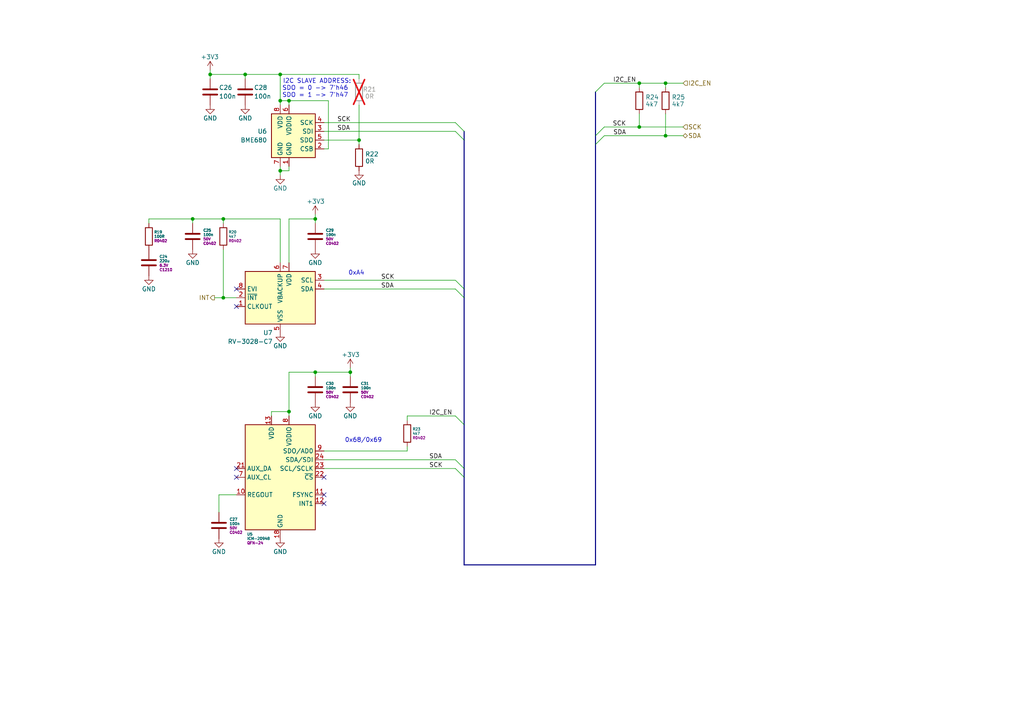
<source format=kicad_sch>
(kicad_sch (version 20250114) (generator "eeschema") (generator_version "9.0")
  (paper "A4")
  (lib_symbols
    (symbol "Device:C" (pin_numbers (hide yes)) (pin_names (offset 0.254))
      (property "Reference" "C" (at 0.635 2.54 0))
      (property "Value" "C" (at 0.635 -2.54 0))
      (symbol "C_0_1"
        (polyline (pts (xy -2.032 0.762) (xy 2.032 0.762)) (stroke (width 0.508)))
        (polyline (pts (xy -2.032 -0.762) (xy 2.032 -0.762)) (stroke (width 0.508)))
      )
      (symbol "C_1_1"
        (pin passive line (at 0 3.81 270) (length 2.794) (name "~") (number "1"))
        (pin passive line (at 0 -3.81 90) (length 2.794) (name "~") (number "2"))
      )
    )
    (symbol "Device:R" (pin_numbers (hide yes)) (pin_names (offset 0))
      (property "Reference" "R" (at 2.032 0 90))
      (property "Value" "R" (at 0 0 90))
      (symbol "R_0_1"
        (rectangle (start -1.016 -2.54) (end 1.016 2.54) (stroke (width 0.254)))
      )
      (symbol "R_1_1"
        (pin passive line (at 0 3.81 270) (length 1.27) (name "~") (number "1"))
        (pin passive line (at 0 -3.81 90) (length 1.27) (name "~") (number "2"))
      )
    )
    (symbol "PrjLib:BME680"
      (property "Reference" "U" (at 0 1.27 0))
      (property "Value" "BME680" (at 1.27 -13.97 0))
      (symbol "BME680_0_1"
        (rectangle (start 0 0) (end 12.7 -12.7) (stroke (width 0.254)) (fill (type background)))
      )
      (symbol "BME680_1_1"
        (pin input line (at -2.54 -2.54 0) (length 2.54) (name "SCK") (number "4"))
        (pin bidirectional line (at -2.54 -5.08 0) (length 2.54) (name "SDI") (number "3"))
        (pin bidirectional line (at -2.54 -7.62 0) (length 2.54) (name "SDO") (number "5"))
        (pin input line (at -2.54 -10.16 0) (length 2.54) (name "CSB") (number "2"))
        (pin power_in line (at 7.62 2.54 270) (length 2.54) (name "VDDIO") (number "6"))
        (pin power_in line (at 7.62 -15.24 90) (length 2.54) (name "GND") (number "1"))
        (pin power_in line (at 10.16 2.54 270) (length 2.54) (name "VDD") (number "8"))
        (pin power_in line (at 10.16 -15.24 90) (length 2.54) (name "GND") (number "7"))
      )
    )
    (symbol "PrjLib:RV-3028-C7"
      (property "Reference" "U" (at 1.27 1.27 0))
      (property "Value" "RV-3028-C7" (at 17.78 1.27 0))
      (symbol "RV-3028-C7_0_1"
        (rectangle (start 20.32 0) (end 0 -15.24) (stroke (width 0.254)) (fill (type background)))
      )
      (symbol "RV-3028-C7_1_1"
        (pin input line (at -2.54 -2.54 0) (length 2.54) (name "SCL") (number "3"))
        (pin bidirectional line (at -2.54 -5.08 0) (length 2.54) (name "SDA") (number "4"))
        (pin power_in line (at 7.62 2.54 270) (length 2.54) (name "VDD") (number "7"))
        (pin power_in line (at 10.16 2.54 270) (length 2.54) (name "VBACKUP") (number "6"))
        (pin power_in line (at 10.16 -17.78 90) (length 2.54) (name "VSS") (number "5"))
        (pin open_collector line (at 22.86 -5.08 180) (length 2.54) (name "EVI") (number "8"))
        (pin open_collector line (at 22.86 -7.62 180) (length 2.54) (name "~{INT}") (number "2"))
        (pin open_collector line (at 22.86 -10.16 180) (length 2.54) (name "CLKOUT") (number "1"))
      )
    )
    (symbol "Sensor_Motion:ICM-20948"
      (property "Reference" "U" (at -11.43 16.51 0))
      (property "Value" "ICM-20948" (at 7.62 -16.51 0))
      (symbol "ICM-20948_0_1"
        (rectangle (start -10.16 15.24) (end 10.16 -15.24) (stroke (width 0.254)) (fill (type background)))
      )
      (symbol "ICM-20948_1_1"
        (pin bidirectional line (at -12.7 7.62 0) (length 2.54) (name "SDO/AD0") (number "9"))
        (pin bidirectional line (at -12.7 5.08 0) (length 2.54) (name "SDA/SDI") (number "24"))
        (pin input line (at -12.7 2.54 0) (length 2.54) (name "SCL/SCLK") (number "23"))
        (pin input line (at -12.7 0 0) (length 2.54) (name "~{CS}") (number "22"))
        (pin input line (at -12.7 -5.08 0) (length 2.54) (name "FSYNC") (number "11"))
        (pin output line (at -12.7 -7.62 0) (length 2.54) (name "INT1") (number "12"))
        (pin no_connect line (at -10.16 12.7 0) (length 2.54) (hide yes) (name "NC") (number "1"))
        (pin no_connect line (at -10.16 10.16 0) (length 2.54) (hide yes) (name "NC") (number "2"))
        (pin no_connect line (at -10.16 -2.54 0) (length 2.54) (hide yes) (name "NC") (number "3"))
        (pin no_connect line (at -10.16 -10.16 0) (length 2.54) (hide yes) (name "NC") (number "4"))
        (pin no_connect line (at -10.16 -12.7 0) (length 2.54) (hide yes) (name "NC") (number "5"))
        (pin power_in line (at -2.54 17.78 270) (length 2.54) (name "VDDIO") (number "8"))
        (pin power_in line (at 0 -17.78 90) (length 2.54) (name "GND") (number "18"))
        (pin passive line (at 0 -17.78 90) (length 2.54) (hide yes) (name "GND") (number "20"))
        (pin power_in line (at 2.54 17.78 270) (length 2.54) (name "VDD") (number "13"))
        (pin no_connect line (at 10.16 10.16 180) (length 2.54) (hide yes) (name "NC") (number "6"))
        (pin no_connect line (at 10.16 7.62 180) (length 2.54) (hide yes) (name "NC") (number "14"))
        (pin no_connect line (at 10.16 5.08 180) (length 2.54) (hide yes) (name "NC") (number "15"))
        (pin no_connect line (at 10.16 -7.62 180) (length 2.54) (hide yes) (name "NC") (number "16"))
        (pin no_connect line (at 10.16 -10.16 180) (length 2.54) (hide yes) (name "NC") (number "17"))
        (pin no_connect line (at 10.16 -12.7 180) (length 2.54) (hide yes) (name "RESV") (number "19"))
        (pin bidirectional line (at 12.7 2.54 180) (length 2.54) (name "AUX_DA") (number "21"))
        (pin output line (at 12.7 0 180) (length 2.54) (name "AUX_CL") (number "7"))
        (pin passive line (at 12.7 -5.08 180) (length 2.54) (name "REGOUT") (number "10"))
      )
    )
    (symbol "power:+3V3" (power) (pin_names (offset 0))
      (property "Value" "+3V3" (at 0 3.556 0))
      (symbol "+3V3_0_1"
        (polyline (pts (xy -0.762 1.27) (xy 0 2.54)))
        (polyline (pts (xy 0 2.54) (xy 0.762 1.27)))
        (polyline (pts (xy 0 0) (xy 0 2.54)))
      )
      (symbol "+3V3_1_1"
        (pin power_in line (at 0 0 90) (length 0) (hide yes) (name "+3V3") (number "1"))
      )
    )
    (symbol "power:GND" (power) (pin_names (offset 0))
      (property "Value" "GND" (at 0 -3.81 0))
      (symbol "GND_0_1"
        (polyline (pts (xy 0 0) (xy 0 -1.27) (xy 1.27 -1.27) (xy 0 -2.54) (xy -1.27 -1.27) (xy 0 -1.27)))
      )
      (symbol "GND_1_1"
        (pin power_in line (at 0 0 270) (length 0) (hide yes) (name "GND") (number "1"))
      )
    )
  )
  (text "0xA4\n" (at 103.378 79.248 0) (effects (font (size 1.27 1.27))))
  (text "SDO = 0 -> 7'h46\nSDO = 1 -> 7'h47" (at 91.44 26.67 0) (effects (font (size 1.27 1.27))))
  (text "0x68/0x69\n" (at 105.41 127.762 0) (effects (font (size 1.27 1.27))))
  (text "I2C SLAVE ADDRESS:" (at 91.948 23.622 0) (effects (font (size 1.27 1.27))))
  (junction (at 60.96 21.59))
  (junction (at 185.42 24.13))
  (junction (at 81.28 49.53))
  (junction (at 83.82 29.21))
  (junction (at 81.28 29.21))
  (junction (at 91.44 63.5))
  (junction (at 193.04 24.13))
  (junction (at 83.82 119.38))
  (junction (at 64.77 63.5))
  (junction (at 55.88 63.5))
  (junction (at 71.12 21.59))
  (junction (at 193.04 39.37))
  (junction (at 91.44 107.95))
  (junction (at 81.28 21.59))
  (junction (at 64.77 86.36))
  (junction (at 104.14 40.64))
  (junction (at 185.42 36.83))
  (junction (at 101.6 107.95))
  (no_connect (at 93.98 138.43))
  (no_connect (at 93.98 143.51))
  (no_connect (at 68.58 135.89))
  (no_connect (at 93.98 146.05))
  (no_connect (at 68.58 83.82))
  (no_connect (at 68.58 88.9))
  (no_connect (at 68.58 138.43))
  (bus_entry (at 134.62 86.36) (size -2.54 -2.54))
  (bus_entry (at 172.72 26.67) (size 2.54 -2.54))
  (bus_entry (at 132.08 38.1) (size 2.54 2.54))
  (bus_entry (at 134.62 83.82) (size -2.54 -2.54))
  (bus_entry (at 134.62 135.89) (size -2.54 -2.54))
  (bus_entry (at 172.72 39.37) (size 2.54 -2.54))
  (bus_entry (at 172.72 41.91) (size 2.54 -2.54))
  (bus_entry (at 134.62 123.19) (size -2.54 -2.54))
  (bus_entry (at 134.62 138.43) (size -2.54 -2.54))
  (bus_entry (at 132.08 35.56) (size 2.54 2.54))
  (wire (pts (xy 175.26 36.83) (xy 185.42 36.83)))
  (wire (pts (xy 78.74 119.38) (xy 83.82 119.38)))
  (wire (pts (xy 93.98 133.35) (xy 132.08 133.35)))
  (wire (pts (xy 83.82 107.95) (xy 83.82 119.38)))
  (bus (pts (xy 134.62 40.64) (xy 134.62 83.82)))
  (wire (pts (xy 185.42 33.02) (xy 185.42 36.83)))
  (wire (pts (xy 64.77 86.36) (xy 68.58 86.36)))
  (wire (pts (xy 91.44 62.23) (xy 91.44 63.5)))
  (wire (pts (xy 71.12 21.59) (xy 71.12 22.86)))
  (wire (pts (xy 81.28 29.21) (xy 81.28 21.59)))
  (bus (pts (xy 134.62 138.43) (xy 134.62 163.83)))
  (wire (pts (xy 64.77 72.39) (xy 64.77 86.36)))
  (wire (pts (xy 101.6 109.22) (xy 101.6 107.95)))
  (bus (pts (xy 134.62 135.89) (xy 134.62 138.43)))
  (wire (pts (xy 193.04 33.02) (xy 193.04 39.37)))
  (wire (pts (xy 83.82 49.53) (xy 81.28 49.53)))
  (wire (pts (xy 185.42 24.13) (xy 193.04 24.13)))
  (wire (pts (xy 93.98 38.1) (xy 132.08 38.1)))
  (wire (pts (xy 78.74 120.65) (xy 78.74 119.38)))
  (bus (pts (xy 172.72 39.37) (xy 172.72 41.91)))
  (wire (pts (xy 83.82 63.5) (xy 83.82 76.2)))
  (wire (pts (xy 118.11 120.65) (xy 118.11 121.92)))
  (wire (pts (xy 93.98 40.64) (xy 104.14 40.64)))
  (wire (pts (xy 93.98 135.89) (xy 132.08 135.89)))
  (wire (pts (xy 93.98 83.82) (xy 132.08 83.82)))
  (wire (pts (xy 104.14 40.64) (xy 104.14 41.91)))
  (wire (pts (xy 60.96 21.59) (xy 60.96 22.86)))
  (bus (pts (xy 134.62 83.82) (xy 134.62 86.36)))
  (wire (pts (xy 91.44 107.95) (xy 91.44 109.22)))
  (wire (pts (xy 68.58 143.51) (xy 63.5 143.51)))
  (bus (pts (xy 134.62 86.36) (xy 134.62 123.19)))
  (wire (pts (xy 83.82 29.21) (xy 95.25 29.21)))
  (wire (pts (xy 104.14 30.48) (xy 104.14 40.64)))
  (wire (pts (xy 81.28 63.5) (xy 81.28 76.2)))
  (wire (pts (xy 95.25 43.18) (xy 93.98 43.18)))
  (wire (pts (xy 81.28 21.59) (xy 71.12 21.59)))
  (wire (pts (xy 93.98 35.56) (xy 132.08 35.56)))
  (wire (pts (xy 185.42 25.4) (xy 185.42 24.13)))
  (bus (pts (xy 172.72 163.83) (xy 172.72 41.91)))
  (wire (pts (xy 95.25 29.21) (xy 95.25 43.18)))
  (wire (pts (xy 81.28 49.53) (xy 81.28 48.26)))
  (wire (pts (xy 118.11 120.65) (xy 132.08 120.65)))
  (wire (pts (xy 60.96 20.32) (xy 60.96 21.59)))
  (wire (pts (xy 81.28 29.21) (xy 81.28 30.48)))
  (wire (pts (xy 63.5 143.51) (xy 63.5 148.59)))
  (wire (pts (xy 60.96 21.59) (xy 71.12 21.59)))
  (wire (pts (xy 193.04 39.37) (xy 198.12 39.37)))
  (wire (pts (xy 175.26 39.37) (xy 193.04 39.37)))
  (wire (pts (xy 93.98 130.81) (xy 118.11 130.81)))
  (wire (pts (xy 118.11 130.81) (xy 118.11 129.54)))
  (wire (pts (xy 193.04 24.13) (xy 198.12 24.13)))
  (bus (pts (xy 134.62 163.83) (xy 172.72 163.83)))
  (wire (pts (xy 55.88 63.5) (xy 64.77 63.5)))
  (wire (pts (xy 104.14 22.86) (xy 104.14 21.59)))
  (wire (pts (xy 83.82 48.26) (xy 83.82 49.53)))
  (wire (pts (xy 62.23 86.36) (xy 64.77 86.36)))
  (wire (pts (xy 55.88 63.5) (xy 55.88 64.77)))
  (wire (pts (xy 91.44 63.5) (xy 91.44 64.77)))
  (bus (pts (xy 134.62 123.19) (xy 134.62 135.89)))
  (wire (pts (xy 83.82 119.38) (xy 83.82 120.65)))
  (wire (pts (xy 91.44 107.95) (xy 83.82 107.95)))
  (wire (pts (xy 101.6 106.68) (xy 101.6 107.95)))
  (wire (pts (xy 81.28 21.59) (xy 104.14 21.59)))
  (wire (pts (xy 81.28 29.21) (xy 83.82 29.21)))
  (wire (pts (xy 83.82 29.21) (xy 83.82 30.48)))
  (wire (pts (xy 43.18 64.77) (xy 43.18 63.5)))
  (wire (pts (xy 185.42 36.83) (xy 198.12 36.83)))
  (wire (pts (xy 43.18 63.5) (xy 55.88 63.5)))
  (wire (pts (xy 81.28 49.53) (xy 81.28 50.8)))
  (wire (pts (xy 101.6 107.95) (xy 91.44 107.95)))
  (wire (pts (xy 193.04 24.13) (xy 193.04 25.4)))
  (wire (pts (xy 64.77 63.5) (xy 81.28 63.5)))
  (bus (pts (xy 172.72 26.67) (xy 172.72 39.37)))
  (wire (pts (xy 93.98 81.28) (xy 132.08 81.28)))
  (wire (pts (xy 64.77 63.5) (xy 64.77 64.77)))
  (wire (pts (xy 175.26 24.13) (xy 185.42 24.13)))
  (wire (pts (xy 91.44 63.5) (xy 83.82 63.5)))
  (bus (pts (xy 134.62 38.1) (xy 134.62 40.64)))
  (label "I2C_EN" (at 177.8 24.13 0))
  (label "I2C_EN" (at 124.46 120.65 0))
  (label "SDA" (at 181.61 39.37 180))
  (label "SDA" (at 110.49 83.82 0))
  (label "SCK" (at 110.49 81.28 0))
  (label "SDA" (at 124.46 133.35 0))
  (label "SDA" (at 97.79 38.1 0))
  (label "SCK" (at 124.46 135.89 0))
  (label "SCK" (at 97.79 35.56 0))
  (label "SCK" (at 181.61 36.83 180))
  (hierarchical_label "SCK" (shape input) (at 198.12 36.83 0))
  (hierarchical_label "I2C_EN" (shape input) (at 198.12 24.13 0))
  (hierarchical_label "INT" (shape output) (at 62.23 86.36 180))
  (hierarchical_label "SDA" (shape bidirectional) (at 198.12 39.37 0))
  (symbol (lib_id "Device:R") (at 64.77 68.58 180) (unit 1)
    (property "Reference" "R20" (at 66.294 67.31 0) (effects (font (size 0.762 0.762)) (justify right)))
    (property "Value" "4k7" (at 66.294 68.58 0) (effects (font (size 0.762 0.762)) (justify right)))
    (property "Footprint" "PCM_Resistor_SMD_AKL:R_0402_1005Metric" (effects (hide yes)))
    (property "Description" "Resistor" (effects (hide yes)))
    (property "Field5" "R0402" (at 66.294 69.85 0) (effects (font (size 0.762 0.762)) (justify right)))
  )
  (symbol (lib_id "power:+3V3") (at 60.96 20.32 0) (mirror y) (unit 1)
    (property "Reference" "#PWR051" (effects (hide yes)))
    (property "Value" "+3V3" (at 63.5 16.51 0) (effects (justify left)))
  )
  (symbol (lib_id "Sensor_Motion:ICM-20948") (at 81.28 138.43 0) (mirror y) (unit 1)
    (property "Reference" "U5" (at 71.628 154.94 0) (effects (font (size 0.762 0.762)) (justify right)))
    (property "Value" "ICM-20948" (at 71.628 156.21 0) (effects (font (size 0.762 0.762)) (justify right)))
    (property "Footprint" "Sensor_Motion:InvenSense_QFN-24_3x3mm_P0.4mm" (effects (hide yes)))
    (property "Datasheet" "http://www.invensense.com/wp-content/uploads/2016/06/DS-000189-ICM-20948-v1.3.pdf" (effects (hide yes)))
    (property "Description" "InvenSense 9-Axis Motion Sensor, Accelerometer, Gyroscope, Compass, I2C/SPI, QFN-24" (effects (hide yes)))
    (property "Field5" "QFN-24" (at 71.628 157.48 0) (effects (font (size 0.762 0.762)) (justify right)))
  )
  (symbol (lib_id "power:GND") (at 81.28 156.21 0) (unit 1)
    (property "Reference" "#PWR057" (effects (hide yes)))
    (property "Value" "GND" (at 81.28 160.02 0))
  )
  (symbol (lib_id "power:GND") (at 81.28 50.8 0) (unit 1)
    (property "Reference" "#PWR055" (effects (hide yes)))
    (property "Value" "GND" (at 81.28 54.61 0))
  )
  (symbol (lib_id "power:GND") (at 55.88 72.39 0) (unit 1)
    (property "Reference" "#PWR050" (effects (hide yes)))
    (property "Value" "GND" (at 55.88 76.2 0))
  )
  (symbol (lib_id "Device:C") (at 101.6 113.03 0) (unit 1)
    (property "Reference" "C31" (at 104.648 111.252 0) (effects (font (size 0.762 0.762)) (justify left)))
    (property "Value" "100n" (at 104.648 112.522 0) (effects (font (size 0.762 0.762)) (justify left)))
    (property "Footprint" "Capacitor_SMD:C_0402_1005Metric" (effects (hide yes)))
    (property "Description" "Unpolarized capacitor" (effects (hide yes)))
    (property "Field5" "C0402" (at 104.648 115.062 0) (effects (font (size 0.762 0.762)) (justify left)))
    (property "Field6" "50V" (at 104.648 113.792 0) (effects (font (size 0.762 0.762)) (justify left)))
  )
  (symbol (lib_id "power:GND") (at 104.14 49.53 0) (unit 1)
    (property "Reference" "#PWR063" (effects (hide yes)))
    (property "Value" "GND" (at 104.14 53.086 0))
    (property "Description" "Power symbol creates a global label with name \"GND\" , ground" (effects (hide yes)))
  )
  (symbol (lib_id "power:GND") (at 71.12 30.48 0) (unit 1)
    (property "Reference" "#PWR054" (effects (hide yes)))
    (property "Value" "GND" (at 71.12 34.29 0))
  )
  (symbol (lib_id "power:GND") (at 43.18 80.01 0) (unit 1)
    (property "Reference" "#PWR049" (effects (hide yes)))
    (property "Value" "GND" (at 43.18 83.82 0))
  )
  (symbol (lib_id "Device:R") (at 43.18 68.58 180) (unit 1)
    (property "Reference" "R19" (at 44.704 67.31 0) (effects (font (size 0.762 0.762)) (justify right)))
    (property "Value" "100R" (at 44.704 68.58 0) (effects (font (size 0.762 0.762)) (justify right)))
    (property "Footprint" "PCM_Resistor_SMD_AKL:R_0402_1005Metric" (effects (hide yes)))
    (property "Description" "Resistor" (effects (hide yes)))
    (property "Field5" "R0402" (at 44.704 69.85 0) (effects (font (size 0.762 0.762)) (justify right)))
  )
  (symbol (lib_id "Device:R") (at 118.11 125.73 180) (unit 1)
    (property "Reference" "R23" (at 119.634 124.46 0) (effects (font (size 0.762 0.762)) (justify right)))
    (property "Value" "4k7" (at 119.634 125.73 0) (effects (font (size 0.762 0.762)) (justify right)))
    (property "Footprint" "PCM_Resistor_SMD_AKL:R_0402_1005Metric" (effects (hide yes)))
    (property "Description" "Resistor" (effects (hide yes)))
    (property "Field5" "R0402" (at 119.634 127 0) (effects (font (size 0.762 0.762)) (justify right)))
  )
  (symbol (lib_id "Device:R") (at 104.14 45.72 0) (unit 1)
    (property "Reference" "R22" (at 105.918 44.704 0) (effects (justify left)))
    (property "Value" "0R" (at 105.918 46.736 0) (effects (justify left)))
    (property "Footprint" "Resistor_SMD:R_0402_1005Metric" (effects (hide yes)))
    (property "Description" "Resistor" (effects (hide yes)))
  )
  (symbol (lib_id "Device:R") (at 104.14 26.67 180) (unit 1) (dnp yes)
    (property "Reference" "R21" (at 107.188 25.908 0))
    (property "Value" "0R" (at 107.188 27.94 0))
    (property "Footprint" "Resistor_SMD:R_0402_1005Metric" (effects (hide yes)))
    (property "Description" "Resistor" (effects (hide yes)))
  )
  (symbol (lib_id "Device:R") (at 193.04 29.21 0) (unit 1)
    (property "Reference" "R25" (at 194.818 28.194 0) (effects (justify left)))
    (property "Value" "4k7" (at 194.818 30.226 0) (effects (justify left)))
    (property "Footprint" "Resistor_SMD:R_0402_1005Metric" (effects (hide yes)))
    (property "Description" "Resistor" (effects (hide yes)))
  )
  (symbol (lib_id "power:+3V3") (at 91.44 62.23 0) (unit 1)
    (property "Reference" "#PWR058" (effects (hide yes)))
    (property "Value" "+3V3" (at 88.9 58.42 0) (effects (justify left)))
  )
  (symbol (lib_id "power:GND") (at 63.5 156.21 0) (unit 1)
    (property "Reference" "#PWR053" (effects (hide yes)))
    (property "Value" "GND" (at 63.5 160.02 0))
  )
  (symbol (lib_id "PrjLib:BME680") (at 91.44 33.02 0) (mirror y) (unit 1)
    (property "Reference" "U6" (at 77.47 38.0999 0) (effects (justify left)))
    (property "Value" "BME680" (at 77.47 40.6399 0) (effects (justify left)))
    (property "Footprint" "Package_LGA:Bosch_LGA-8_3x3mm_P0.8mm_ClockwisePinNumbering" (effects (hide yes)))
    (property "Datasheet" "https://ae-bst.resource.bosch.com/media/_tech/media/datasheets" (effects (hide yes)))
    (property "Description" "4-in-1 sensor, gas, humidity, pressure, temperature, I2C and SPI interface, 1.71-3.6V, LGA-8" (effects (hide yes)))
  )
  (symbol (lib_id "Device:C") (at 71.12 26.67 0) (unit 1)
    (property "Reference" "C28" (at 73.66 25.4 0) (effects (justify left)))
    (property "Value" "100n" (at 73.66 27.94 0) (effects (justify left)))
    (property "Footprint" "Capacitor_SMD:C_0402_1005Metric" (effects (hide yes)))
  )
  (symbol (lib_id "power:GND") (at 60.96 30.48 0) (unit 1)
    (property "Reference" "#PWR052" (effects (hide yes)))
    (property "Value" "GND" (at 60.96 34.29 0))
  )
  (symbol (lib_id "Device:C") (at 55.88 68.58 0) (unit 1)
    (property "Reference" "C25" (at 58.928 66.802 0) (effects (font (size 0.762 0.762)) (justify left)))
    (property "Value" "100n" (at 58.928 68.072 0) (effects (font (size 0.762 0.762)) (justify left)))
    (property "Footprint" "Capacitor_SMD:C_0402_1005Metric" (effects (hide yes)))
    (property "Description" "Unpolarized capacitor" (effects (hide yes)))
    (property "Field5" "C0402" (at 58.928 70.612 0) (effects (font (size 0.762 0.762)) (justify left)))
    (property "Field6" "50V" (at 58.928 69.342 0) (effects (font (size 0.762 0.762)) (justify left)))
  )
  (symbol (lib_id "Device:C") (at 60.96 26.67 0) (unit 1)
    (property "Reference" "C26" (at 63.5 25.4 0) (effects (justify left)))
    (property "Value" "100n" (at 63.5 27.94 0) (effects (justify left)))
    (property "Footprint" "Capacitor_SMD:C_0402_1005Metric" (effects (hide yes)))
  )
  (symbol (lib_id "Device:C") (at 91.44 68.58 0) (unit 1)
    (property "Reference" "C29" (at 94.488 66.802 0) (effects (font (size 0.762 0.762)) (justify left)))
    (property "Value" "100n" (at 94.488 68.072 0) (effects (font (size 0.762 0.762)) (justify left)))
    (property "Footprint" "Capacitor_SMD:C_0402_1005Metric" (effects (hide yes)))
    (property "Description" "Unpolarized capacitor" (effects (hide yes)))
    (property "Field5" "C0402" (at 94.488 70.612 0) (effects (font (size 0.762 0.762)) (justify left)))
    (property "Field6" "50V" (at 94.488 69.342 0) (effects (font (size 0.762 0.762)) (justify left)))
  )
  (symbol (lib_id "Device:C") (at 63.5 152.4 0) (unit 1)
    (property "Reference" "C27" (at 66.548 150.622 0) (effects (font (size 0.762 0.762)) (justify left)))
    (property "Value" "100n" (at 66.548 151.892 0) (effects (font (size 0.762 0.762)) (justify left)))
    (property "Footprint" "Capacitor_SMD:C_0402_1005Metric" (effects (hide yes)))
    (property "Description" "Unpolarized capacitor" (effects (hide yes)))
    (property "Field5" "C0402" (at 66.548 154.432 0) (effects (font (size 0.762 0.762)) (justify left)))
    (property "Field6" "50V" (at 66.548 153.162 0) (effects (font (size 0.762 0.762)) (justify left)))
  )
  (symbol (lib_id "PrjLib:RV-3028-C7") (at 91.44 78.74 0) (mirror y) (unit 1)
    (property "Reference" "U7" (at 79.0859 96.52 0) (effects (justify left)))
    (property "Value" "RV-3028-C7" (at 79.0859 99.06 0) (effects (justify left)))
    (property "Footprint" "PrjLib:RV-3028-C7" (effects (hide yes)))
    (property "Datasheet" "https://www.microcrystal.com/fileadmin/Media/Products/RTC/Datasheet/RV-3028-C7.pdf" (effects (hide yes)))
    (property "Description" "Real-Time Clock Module" (effects (hide yes)))
  )
  (symbol (lib_id "power:GND") (at 91.44 72.39 0) (unit 1)
    (property "Reference" "#PWR059" (effects (hide yes)))
    (property "Value" "GND" (at 91.44 76.2 0))
  )
  (symbol (lib_id "power:GND") (at 91.44 116.84 0) (unit 1)
    (property "Reference" "#PWR060" (effects (hide yes)))
    (property "Value" "GND" (at 91.44 120.65 0))
  )
  (symbol (lib_id "power:GND") (at 101.6 116.84 0) (unit 1)
    (property "Reference" "#PWR062" (effects (hide yes)))
    (property "Value" "GND" (at 101.6 120.65 0))
  )
  (symbol (lib_id "Device:C") (at 43.18 76.2 0) (unit 1)
    (property "Reference" "C24" (at 46.228 74.422 0) (effects (font (size 0.762 0.762)) (justify left)))
    (property "Value" "220u" (at 46.228 75.692 0) (effects (font (size 0.762 0.762)) (justify left)))
    (property "Footprint" "Capacitor_SMD:C_1210_3225Metric" (effects (hide yes)))
    (property "Description" "Unpolarized capacitor" (effects (hide yes)))
    (property "Field5" "C1210" (at 46.228 78.232 0) (effects (font (size 0.762 0.762)) (justify left)))
    (property "Field6" "6.3V" (at 46.228 76.962 0) (effects (font (size 0.762 0.762)) (justify left)))
  )
  (symbol (lib_id "power:GND") (at 81.28 96.52 0) (unit 1)
    (property "Reference" "#PWR056" (effects (hide yes)))
    (property "Value" "GND" (at 81.28 100.33 0))
  )
  (symbol (lib_id "power:+3V3") (at 101.6 106.68 0) (unit 1)
    (property "Reference" "#PWR061" (effects (hide yes)))
    (property "Value" "+3V3" (at 99.06 102.87 0) (effects (justify left)))
  )
  (symbol (lib_id "Device:C") (at 91.44 113.03 0) (unit 1)
    (property "Reference" "C30" (at 94.488 111.252 0) (effects (font (size 0.762 0.762)) (justify left)))
    (property "Value" "100n" (at 94.488 112.522 0) (effects (font (size 0.762 0.762)) (justify left)))
    (property "Footprint" "Capacitor_SMD:C_0402_1005Metric" (effects (hide yes)))
    (property "Description" "Unpolarized capacitor" (effects (hide yes)))
    (property "Field5" "C0402" (at 94.488 115.062 0) (effects (font (size 0.762 0.762)) (justify left)))
    (property "Field6" "50V" (at 94.488 113.792 0) (effects (font (size 0.762 0.762)) (justify left)))
  )
  (symbol (lib_id "Device:R") (at 185.42 29.21 0) (unit 1)
    (property "Reference" "R24" (at 187.198 28.194 0) (effects (justify left)))
    (property "Value" "4k7" (at 187.198 30.226 0) (effects (justify left)))
    (property "Footprint" "Resistor_SMD:R_0402_1005Metric" (effects (hide yes)))
    (property "Description" "Resistor" (effects (hide yes)))
  )
)
</source>
